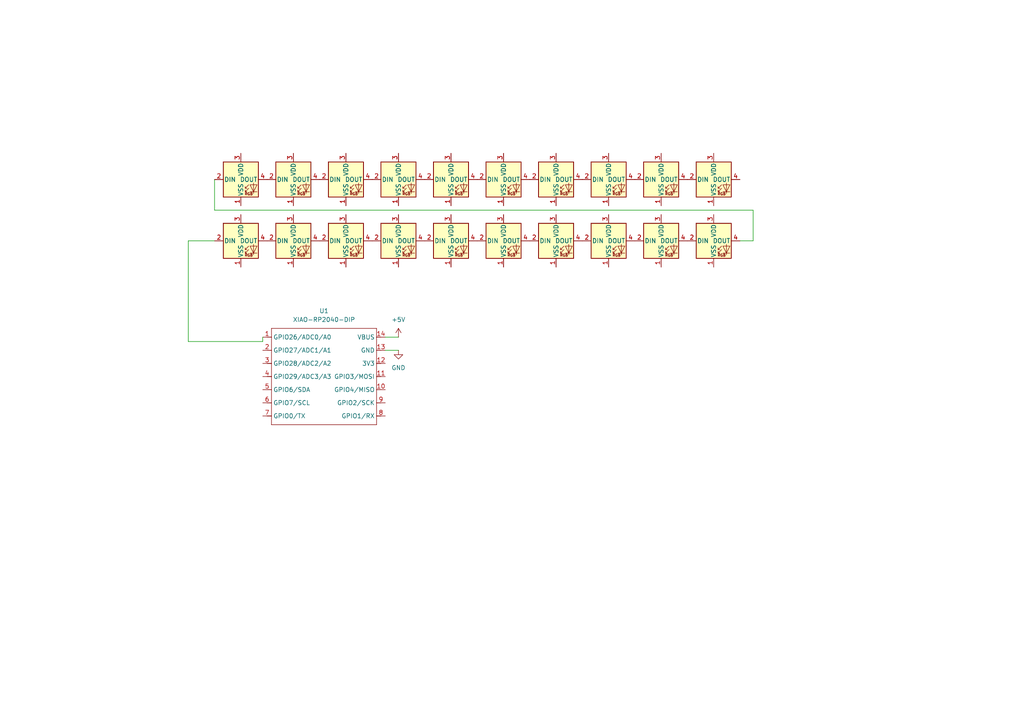
<source format=kicad_sch>
(kicad_sch (version 20250114) (generator "eeschema") (generator_version "9.0")
  (paper "A4")
  (lib_symbols
    (symbol "LED:SK6812" (pin_names (offset 0.254))
      (property "Reference" "D" (at 5.08 5.715 0))
      (property "Value" "SK6812" (at 1.27 -5.715 0))
      (symbol "SK6812_0_0"
        (text "RGB" (at 2.286 -4.191 0) (effects (font (size 0.762 0.762))))
      )
      (symbol "SK6812_0_1"
        (polyline (pts (xy 1.27 -2.54) (xy 1.778 -2.54)))
        (polyline (pts (xy 1.27 -3.556) (xy 1.778 -3.556)))
        (polyline (pts (xy 2.286 -1.524) (xy 1.27 -2.54) (xy 1.27 -2.032)))
        (polyline (pts (xy 2.286 -2.54) (xy 1.27 -3.556) (xy 1.27 -3.048)))
        (polyline (pts (xy 3.683 -1.016) (xy 3.683 -3.556) (xy 3.683 -4.064)))
        (polyline (pts (xy 4.699 -1.524) (xy 2.667 -1.524) (xy 3.683 -3.556) (xy 4.699 -1.524)))
        (polyline (pts (xy 4.699 -3.556) (xy 2.667 -3.556)))
        (rectangle (start 5.08 5.08) (end -5.08 -5.08) (stroke (width 0.254)) (fill (type background)))
      )
      (symbol "SK6812_1_1"
        (pin input line (at -7.62 0 0) (length 2.54) (name "DIN") (number "2"))
        (pin power_in line (at 0 7.62 270) (length 2.54) (name "VDD") (number "3"))
        (pin power_in line (at 0 -7.62 90) (length 2.54) (name "VSS") (number "1"))
        (pin output line (at 7.62 0 180) (length 2.54) (name "DOUT") (number "4"))
      )
    )
    (symbol "Seeed_Studio_XIAO_Series:XIAO-RP2040-DIP"
      (property "Reference" "U" (at 0 0 0))
      (property "Value" "XIAO-RP2040-DIP" (at 5.334 -1.778 0))
      (symbol "XIAO-RP2040-DIP_1_0"
        (polyline (pts (xy -1.27 -2.54) (xy 29.21 -2.54)) (stroke (width 0.1524)))
        (polyline (pts (xy -1.27 -5.08) (xy -2.54 -5.08)) (stroke (width 0.1524)))
        (polyline (pts (xy -1.27 -5.08) (xy -1.27 -2.54)) (stroke (width 0.1524)))
        (polyline (pts (xy -1.27 -8.89) (xy -2.54 -8.89)) (stroke (width 0.1524)))
        (polyline (pts (xy -1.27 -8.89) (xy -1.27 -5.08)) (stroke (width 0.1524)))
        (polyline (pts (xy -1.27 -12.7) (xy -2.54 -12.7)) (stroke (width 0.1524)))
        (polyline (pts (xy -1.27 -12.7) (xy -1.27 -8.89)) (stroke (width 0.1524)))
        (polyline (pts (xy -1.27 -16.51) (xy -2.54 -16.51)) (stroke (width 0.1524)))
        (polyline (pts (xy -1.27 -16.51) (xy -1.27 -12.7)) (stroke (width 0.1524)))
        (polyline (pts (xy -1.27 -20.32) (xy -2.54 -20.32)) (stroke (width 0.1524)))
        (polyline (pts (xy -1.27 -24.13) (xy -2.54 -24.13)) (stroke (width 0.1524)))
        (polyline (pts (xy -1.27 -27.94) (xy -2.54 -27.94)) (stroke (width 0.1524)))
        (polyline (pts (xy -1.27 -30.48) (xy -1.27 -16.51)) (stroke (width 0.1524)))
        (polyline (pts (xy 29.21 -2.54) (xy 29.21 -5.08)) (stroke (width 0.1524)))
        (polyline (pts (xy 29.21 -5.08) (xy 29.21 -8.89)) (stroke (width 0.1524)))
        (polyline (pts (xy 29.21 -8.89) (xy 29.21 -12.7)) (stroke (width 0.1524)))
        (polyline (pts (xy 29.21 -12.7) (xy 29.21 -30.48)) (stroke (width 0.1524)))
        (polyline (pts (xy 29.21 -30.48) (xy -1.27 -30.48)) (stroke (width 0.1524)))
        (polyline (pts (xy 30.48 -5.08) (xy 29.21 -5.08)) (stroke (width 0.1524)))
        (polyline (pts (xy 30.48 -8.89) (xy 29.21 -8.89)) (stroke (width 0.1524)))
        (polyline (pts (xy 30.48 -12.7) (xy 29.21 -12.7)) (stroke (width 0.1524)))
        (polyline (pts (xy 30.48 -16.51) (xy 29.21 -16.51)) (stroke (width 0.1524)))
        (polyline (pts (xy 30.48 -20.32) (xy 29.21 -20.32)) (stroke (width 0.1524)))
        (polyline (pts (xy 30.48 -24.13) (xy 29.21 -24.13)) (stroke (width 0.1524)))
        (polyline (pts (xy 30.48 -27.94) (xy 29.21 -27.94)) (stroke (width 0.1524)))
        (pin passive line (at -3.81 -5.08 0) (length 2.54) (name "GPIO26/ADC0/A0") (number "1"))
        (pin passive line (at -3.81 -8.89 0) (length 2.54) (name "GPIO27/ADC1/A1") (number "2"))
        (pin passive line (at -3.81 -12.7 0) (length 2.54) (name "GPIO28/ADC2/A2") (number "3"))
        (pin passive line (at -3.81 -16.51 0) (length 2.54) (name "GPIO29/ADC3/A3") (number "4"))
        (pin passive line (at -3.81 -20.32 0) (length 2.54) (name "GPIO6/SDA") (number "5"))
        (pin passive line (at -3.81 -24.13 0) (length 2.54) (name "GPIO7/SCL") (number "6"))
        (pin passive line (at -3.81 -27.94 0) (length 2.54) (name "GPIO0/TX") (number "7"))
        (pin passive line (at 31.75 -5.08 180) (length 2.54) (name "VBUS") (number "14"))
        (pin passive line (at 31.75 -8.89 180) (length 2.54) (name "GND") (number "13"))
        (pin passive line (at 31.75 -12.7 180) (length 2.54) (name "3V3") (number "12"))
        (pin passive line (at 31.75 -16.51 180) (length 2.54) (name "GPIO3/MOSI") (number "11"))
        (pin passive line (at 31.75 -20.32 180) (length 2.54) (name "GPIO4/MISO") (number "10"))
        (pin passive line (at 31.75 -24.13 180) (length 2.54) (name "GPIO2/SCK") (number "9"))
        (pin passive line (at 31.75 -27.94 180) (length 2.54) (name "GPIO1/RX") (number "8"))
      )
    )
    (symbol "power:+5V" (power) (pin_numbers (hide yes)) (pin_names (offset 0) (hide yes))
      (property "Value" "+5V" (at 0 3.556 0))
      (symbol "+5V_0_1"
        (polyline (pts (xy -0.762 1.27) (xy 0 2.54)))
        (polyline (pts (xy 0 2.54) (xy 0.762 1.27)))
        (polyline (pts (xy 0 0) (xy 0 2.54)))
      )
      (symbol "+5V_1_1"
        (pin power_in line (at 0 0 90) (length 0) (name "~") (number "1"))
      )
    )
    (symbol "power:GND" (power) (pin_numbers (hide yes)) (pin_names (offset 0) (hide yes))
      (property "Value" "GND" (at 0 -3.81 0))
      (symbol "GND_0_1"
        (polyline (pts (xy 0 0) (xy 0 -1.27) (xy 1.27 -1.27) (xy 0 -2.54) (xy -1.27 -1.27) (xy 0 -1.27)))
      )
      (symbol "GND_1_1"
        (pin power_in line (at 0 0 270) (length 0) (name "~") (number "1"))
      )
    )
  )
  (wire (pts (xy 111.76 97.79) (xy 115.57 97.79)))
  (wire (pts (xy 218.44 60.96) (xy 62.23 60.96)))
  (wire (pts (xy 54.61 99.06) (xy 54.61 69.85)))
  (wire (pts (xy 214.63 69.85) (xy 218.44 69.85)))
  (wire (pts (xy 54.61 69.85) (xy 62.23 69.85)))
  (wire (pts (xy 54.61 99.06) (xy 76.2 99.06)))
  (wire (pts (xy 218.44 69.85) (xy 218.44 60.96)))
  (wire (pts (xy 111.76 101.6) (xy 115.57 101.6)))
  (wire (pts (xy 62.23 60.96) (xy 62.23 52.07)))
  (wire (pts (xy 76.2 99.06) (xy 76.2 97.79)))
  (symbol (lib_id "LED:SK6812") (at 176.53 52.07 0) (unit 1)
    (property "Reference" "D18" (effects (hide yes)))
    (property "Value" "SK6812" (effects (hide yes)))
    (property "Footprint" "LED_SMD:LED_SK6812_PLCC4_5.0x5.0mm_P3.2mm" (effects (hide yes)))
    (property "Datasheet" "https://cdn-shop.adafruit.com/product-files/1138/SK6812+LED+datasheet+.pdf" (effects (hide yes)))
    (property "Description" "RGB LED with integrated controller" (effects (hide yes)))
  )
  (symbol (lib_id "LED:SK6812") (at 146.05 69.85 0) (unit 1)
    (property "Reference" "D6" (effects (hide yes)))
    (property "Value" "SK6812" (effects (hide yes)))
    (property "Footprint" "LED_SMD:LED_SK6812_PLCC4_5.0x5.0mm_P3.2mm" (effects (hide yes)))
    (property "Datasheet" "https://cdn-shop.adafruit.com/product-files/1138/SK6812+LED+datasheet+.pdf" (effects (hide yes)))
    (property "Description" "RGB LED with integrated controller" (effects (hide yes)))
  )
  (symbol (lib_id "power:GND") (at 115.57 101.6 0) (unit 1)
    (property "Reference" "#PWR02" (effects (hide yes)))
    (property "Value" "GND" (at 115.57 106.68 0))
    (property "Description" "Power symbol creates a global label with name \"GND\" , ground" (effects (hide yes)))
  )
  (symbol (lib_id "LED:SK6812") (at 161.29 52.07 0) (unit 1)
    (property "Reference" "D17" (effects (hide yes)))
    (property "Value" "SK6812" (effects (hide yes)))
    (property "Footprint" "LED_SMD:LED_SK6812_PLCC4_5.0x5.0mm_P3.2mm" (effects (hide yes)))
    (property "Datasheet" "https://cdn-shop.adafruit.com/product-files/1138/SK6812+LED+datasheet+.pdf" (effects (hide yes)))
    (property "Description" "RGB LED with integrated controller" (effects (hide yes)))
  )
  (symbol (lib_id "LED:SK6812") (at 85.09 69.85 0) (unit 1)
    (property "Reference" "D2" (effects (hide yes)))
    (property "Value" "SK6812" (effects (hide yes)))
    (property "Footprint" "LED_SMD:LED_SK6812_PLCC4_5.0x5.0mm_P3.2mm" (effects (hide yes)))
    (property "Datasheet" "https://cdn-shop.adafruit.com/product-files/1138/SK6812+LED+datasheet+.pdf" (effects (hide yes)))
    (property "Description" "RGB LED with integrated controller" (effects (hide yes)))
  )
  (symbol (lib_id "power:+5V") (at 115.57 97.79 0) (unit 1)
    (property "Reference" "#PWR01" (effects (hide yes)))
    (property "Value" "+5V" (at 115.57 92.71 0))
    (property "Description" "Power symbol creates a global label with name \"+5V\"" (effects (hide yes)))
  )
  (symbol (lib_id "LED:SK6812") (at 207.01 69.85 0) (unit 1)
    (property "Reference" "D10" (effects (hide yes)))
    (property "Value" "SK6812" (effects (hide yes)))
    (property "Footprint" "LED_SMD:LED_SK6812_PLCC4_5.0x5.0mm_P3.2mm" (effects (hide yes)))
    (property "Datasheet" "https://cdn-shop.adafruit.com/product-files/1138/SK6812+LED+datasheet+.pdf" (effects (hide yes)))
    (property "Description" "RGB LED with integrated controller" (effects (hide yes)))
  )
  (symbol (lib_id "LED:SK6812") (at 191.77 69.85 0) (unit 1)
    (property "Reference" "D9" (effects (hide yes)))
    (property "Value" "SK6812" (effects (hide yes)))
    (property "Footprint" "LED_SMD:LED_SK6812_PLCC4_5.0x5.0mm_P3.2mm" (effects (hide yes)))
    (property "Datasheet" "https://cdn-shop.adafruit.com/product-files/1138/SK6812+LED+datasheet+.pdf" (effects (hide yes)))
    (property "Description" "RGB LED with integrated controller" (effects (hide yes)))
  )
  (symbol (lib_id "LED:SK6812") (at 161.29 69.85 0) (unit 1)
    (property "Reference" "D7" (effects (hide yes)))
    (property "Value" "SK6812" (effects (hide yes)))
    (property "Footprint" "LED_SMD:LED_SK6812_PLCC4_5.0x5.0mm_P3.2mm" (effects (hide yes)))
    (property "Datasheet" "https://cdn-shop.adafruit.com/product-files/1138/SK6812+LED+datasheet+.pdf" (effects (hide yes)))
    (property "Description" "RGB LED with integrated controller" (effects (hide yes)))
  )
  (symbol (lib_id "LED:SK6812") (at 69.85 52.07 0) (unit 1)
    (property "Reference" "D11" (effects (hide yes)))
    (property "Value" "SK6812" (effects (hide yes)))
    (property "Footprint" "LED_SMD:LED_SK6812_PLCC4_5.0x5.0mm_P3.2mm" (effects (hide yes)))
    (property "Datasheet" "https://cdn-shop.adafruit.com/product-files/1138/SK6812+LED+datasheet+.pdf" (effects (hide yes)))
    (property "Description" "RGB LED with integrated controller" (effects (hide yes)))
  )
  (symbol (lib_id "LED:SK6812") (at 69.85 69.85 0) (unit 1)
    (property "Reference" "D1" (effects (hide yes)))
    (property "Value" "SK6812" (effects (hide yes)))
    (property "Footprint" "LED_SMD:LED_SK6812_PLCC4_5.0x5.0mm_P3.2mm" (effects (hide yes)))
    (property "Datasheet" "https://cdn-shop.adafruit.com/product-files/1138/SK6812+LED+datasheet+.pdf" (effects (hide yes)))
    (property "Description" "RGB LED with integrated controller" (effects (hide yes)))
  )
  (symbol (lib_id "LED:SK6812") (at 85.09 52.07 0) (unit 1)
    (property "Reference" "D12" (effects (hide yes)))
    (property "Value" "SK6812" (effects (hide yes)))
    (property "Footprint" "LED_SMD:LED_SK6812_PLCC4_5.0x5.0mm_P3.2mm" (effects (hide yes)))
    (property "Datasheet" "https://cdn-shop.adafruit.com/product-files/1138/SK6812+LED+datasheet+.pdf" (effects (hide yes)))
    (property "Description" "RGB LED with integrated controller" (effects (hide yes)))
  )
  (symbol (lib_id "LED:SK6812") (at 130.81 52.07 0) (unit 1)
    (property "Reference" "D15" (effects (hide yes)))
    (property "Value" "SK6812" (effects (hide yes)))
    (property "Footprint" "LED_SMD:LED_SK6812_PLCC4_5.0x5.0mm_P3.2mm" (effects (hide yes)))
    (property "Datasheet" "https://cdn-shop.adafruit.com/product-files/1138/SK6812+LED+datasheet+.pdf" (effects (hide yes)))
    (property "Description" "RGB LED with integrated controller" (effects (hide yes)))
  )
  (symbol (lib_id "LED:SK6812") (at 207.01 52.07 0) (unit 1)
    (property "Reference" "D20" (effects (hide yes)))
    (property "Value" "SK6812" (effects (hide yes)))
    (property "Footprint" "LED_SMD:LED_SK6812_PLCC4_5.0x5.0mm_P3.2mm" (effects (hide yes)))
    (property "Datasheet" "https://cdn-shop.adafruit.com/product-files/1138/SK6812+LED+datasheet+.pdf" (effects (hide yes)))
    (property "Description" "RGB LED with integrated controller" (effects (hide yes)))
  )
  (symbol (lib_id "LED:SK6812") (at 176.53 69.85 0) (unit 1)
    (property "Reference" "D8" (effects (hide yes)))
    (property "Value" "SK6812" (effects (hide yes)))
    (property "Footprint" "LED_SMD:LED_SK6812_PLCC4_5.0x5.0mm_P3.2mm" (effects (hide yes)))
    (property "Datasheet" "https://cdn-shop.adafruit.com/product-files/1138/SK6812+LED+datasheet+.pdf" (effects (hide yes)))
    (property "Description" "RGB LED with integrated controller" (effects (hide yes)))
  )
  (symbol (lib_id "Seeed_Studio_XIAO_Series:XIAO-RP2040-DIP") (at 80.01 92.71 0) (unit 1)
    (property "Reference" "U1" (at 93.98 90.17 0))
    (property "Value" "XIAO-RP2040-DIP" (at 93.98 92.71 0))
    (property "Footprint" "Custom:XIAO-RP2040-DIP" (effects (hide yes)))
  )
  (symbol (lib_id "LED:SK6812") (at 191.77 52.07 0) (unit 1)
    (property "Reference" "D19" (effects (hide yes)))
    (property "Value" "SK6812" (effects (hide yes)))
    (property "Footprint" "LED_SMD:LED_SK6812_PLCC4_5.0x5.0mm_P3.2mm" (effects (hide yes)))
    (property "Datasheet" "https://cdn-shop.adafruit.com/product-files/1138/SK6812+LED+datasheet+.pdf" (effects (hide yes)))
    (property "Description" "RGB LED with integrated controller" (effects (hide yes)))
  )
  (symbol (lib_id "LED:SK6812") (at 130.81 69.85 0) (unit 1)
    (property "Reference" "D5" (effects (hide yes)))
    (property "Value" "SK6812" (effects (hide yes)))
    (property "Footprint" "LED_SMD:LED_SK6812_PLCC4_5.0x5.0mm_P3.2mm" (effects (hide yes)))
    (property "Datasheet" "https://cdn-shop.adafruit.com/product-files/1138/SK6812+LED+datasheet+.pdf" (effects (hide yes)))
    (property "Description" "RGB LED with integrated controller" (effects (hide yes)))
  )
  (symbol (lib_id "LED:SK6812") (at 100.33 69.85 0) (unit 1)
    (property "Reference" "D3" (effects (hide yes)))
    (property "Value" "SK6812" (effects (hide yes)))
    (property "Footprint" "LED_SMD:LED_SK6812_PLCC4_5.0x5.0mm_P3.2mm" (effects (hide yes)))
    (property "Datasheet" "https://cdn-shop.adafruit.com/product-files/1138/SK6812+LED+datasheet+.pdf" (effects (hide yes)))
    (property "Description" "RGB LED with integrated controller" (effects (hide yes)))
  )
  (symbol (lib_id "LED:SK6812") (at 146.05 52.07 0) (unit 1)
    (property "Reference" "D16" (effects (hide yes)))
    (property "Value" "SK6812" (effects (hide yes)))
    (property "Footprint" "LED_SMD:LED_SK6812_PLCC4_5.0x5.0mm_P3.2mm" (effects (hide yes)))
    (property "Datasheet" "https://cdn-shop.adafruit.com/product-files/1138/SK6812+LED+datasheet+.pdf" (effects (hide yes)))
    (property "Description" "RGB LED with integrated controller" (effects (hide yes)))
  )
  (symbol (lib_id "LED:SK6812") (at 115.57 52.07 0) (unit 1)
    (property "Reference" "D14" (effects (hide yes)))
    (property "Value" "SK6812" (effects (hide yes)))
    (property "Footprint" "LED_SMD:LED_SK6812_PLCC4_5.0x5.0mm_P3.2mm" (effects (hide yes)))
    (property "Datasheet" "https://cdn-shop.adafruit.com/product-files/1138/SK6812+LED+datasheet+.pdf" (effects (hide yes)))
    (property "Description" "RGB LED with integrated controller" (effects (hide yes)))
  )
  (symbol (lib_id "LED:SK6812") (at 115.57 69.85 0) (unit 1)
    (property "Reference" "D4" (effects (hide yes)))
    (property "Value" "SK6812" (effects (hide yes)))
    (property "Footprint" "LED_SMD:LED_SK6812_PLCC4_5.0x5.0mm_P3.2mm" (effects (hide yes)))
    (property "Datasheet" "https://cdn-shop.adafruit.com/product-files/1138/SK6812+LED+datasheet+.pdf" (effects (hide yes)))
    (property "Description" "RGB LED with integrated controller" (effects (hide yes)))
  )
  (symbol (lib_id "LED:SK6812") (at 100.33 52.07 0) (unit 1)
    (property "Reference" "D13" (effects (hide yes)))
    (property "Value" "SK6812" (effects (hide yes)))
    (property "Footprint" "LED_SMD:LED_SK6812_PLCC4_5.0x5.0mm_P3.2mm" (effects (hide yes)))
    (property "Datasheet" "https://cdn-shop.adafruit.com/product-files/1138/SK6812+LED+datasheet+.pdf" (effects (hide yes)))
    (property "Description" "RGB LED with integrated controller" (effects (hide yes)))
  )
)
</source>
